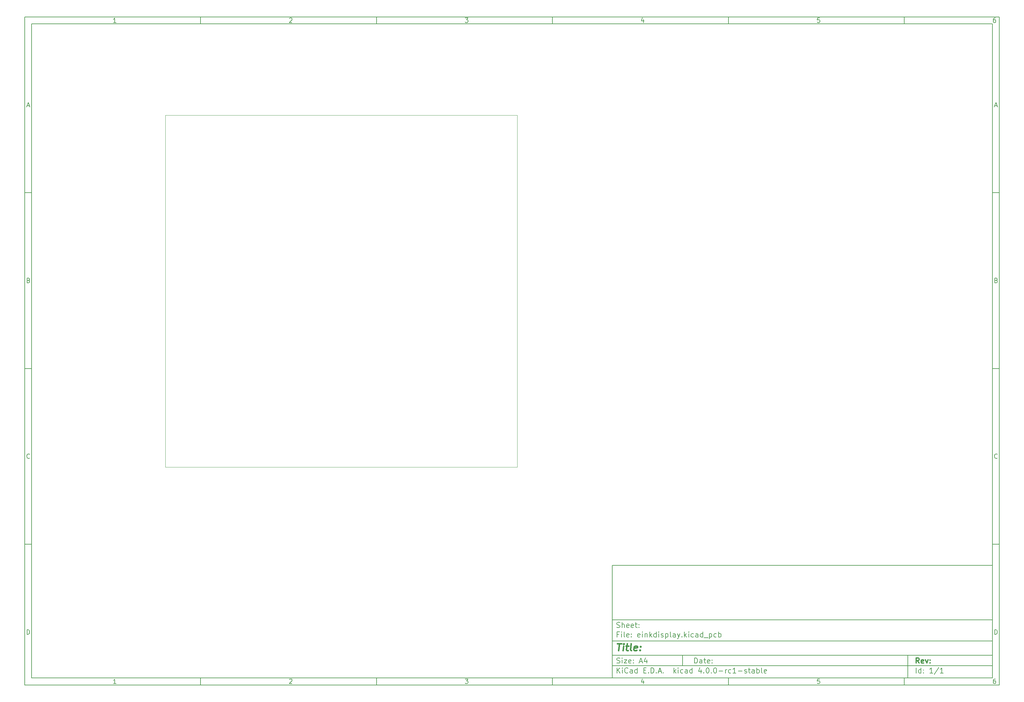
<source format=gko>
G04 #@! TF.FileFunction,Profile,NP*
%FSLAX46Y46*%
G04 Gerber Fmt 4.6, Leading zero omitted, Abs format (unit mm)*
G04 Created by KiCad (PCBNEW 4.0.0-rc1-stable) date Tue 08 Dec 2015 07:53:02 AM PST*
%MOMM*%
G01*
G04 APERTURE LIST*
%ADD10C,0.100000*%
%ADD11C,0.150000*%
%ADD12C,0.300000*%
%ADD13C,0.400000*%
G04 APERTURE END LIST*
D10*
D11*
X177002200Y-166007200D02*
X177002200Y-198007200D01*
X285002200Y-198007200D01*
X285002200Y-166007200D01*
X177002200Y-166007200D01*
D10*
D11*
X10000000Y-10000000D02*
X10000000Y-200007200D01*
X287002200Y-200007200D01*
X287002200Y-10000000D01*
X10000000Y-10000000D01*
D10*
D11*
X12000000Y-12000000D02*
X12000000Y-198007200D01*
X285002200Y-198007200D01*
X285002200Y-12000000D01*
X12000000Y-12000000D01*
D10*
D11*
X60000000Y-12000000D02*
X60000000Y-10000000D01*
D10*
D11*
X110000000Y-12000000D02*
X110000000Y-10000000D01*
D10*
D11*
X160000000Y-12000000D02*
X160000000Y-10000000D01*
D10*
D11*
X210000000Y-12000000D02*
X210000000Y-10000000D01*
D10*
D11*
X260000000Y-12000000D02*
X260000000Y-10000000D01*
D10*
D11*
X35990476Y-11588095D02*
X35247619Y-11588095D01*
X35619048Y-11588095D02*
X35619048Y-10288095D01*
X35495238Y-10473810D01*
X35371429Y-10597619D01*
X35247619Y-10659524D01*
D10*
D11*
X85247619Y-10411905D02*
X85309524Y-10350000D01*
X85433333Y-10288095D01*
X85742857Y-10288095D01*
X85866667Y-10350000D01*
X85928571Y-10411905D01*
X85990476Y-10535714D01*
X85990476Y-10659524D01*
X85928571Y-10845238D01*
X85185714Y-11588095D01*
X85990476Y-11588095D01*
D10*
D11*
X135185714Y-10288095D02*
X135990476Y-10288095D01*
X135557143Y-10783333D01*
X135742857Y-10783333D01*
X135866667Y-10845238D01*
X135928571Y-10907143D01*
X135990476Y-11030952D01*
X135990476Y-11340476D01*
X135928571Y-11464286D01*
X135866667Y-11526190D01*
X135742857Y-11588095D01*
X135371429Y-11588095D01*
X135247619Y-11526190D01*
X135185714Y-11464286D01*
D10*
D11*
X185866667Y-10721429D02*
X185866667Y-11588095D01*
X185557143Y-10226190D02*
X185247619Y-11154762D01*
X186052381Y-11154762D01*
D10*
D11*
X235928571Y-10288095D02*
X235309524Y-10288095D01*
X235247619Y-10907143D01*
X235309524Y-10845238D01*
X235433333Y-10783333D01*
X235742857Y-10783333D01*
X235866667Y-10845238D01*
X235928571Y-10907143D01*
X235990476Y-11030952D01*
X235990476Y-11340476D01*
X235928571Y-11464286D01*
X235866667Y-11526190D01*
X235742857Y-11588095D01*
X235433333Y-11588095D01*
X235309524Y-11526190D01*
X235247619Y-11464286D01*
D10*
D11*
X285866667Y-10288095D02*
X285619048Y-10288095D01*
X285495238Y-10350000D01*
X285433333Y-10411905D01*
X285309524Y-10597619D01*
X285247619Y-10845238D01*
X285247619Y-11340476D01*
X285309524Y-11464286D01*
X285371429Y-11526190D01*
X285495238Y-11588095D01*
X285742857Y-11588095D01*
X285866667Y-11526190D01*
X285928571Y-11464286D01*
X285990476Y-11340476D01*
X285990476Y-11030952D01*
X285928571Y-10907143D01*
X285866667Y-10845238D01*
X285742857Y-10783333D01*
X285495238Y-10783333D01*
X285371429Y-10845238D01*
X285309524Y-10907143D01*
X285247619Y-11030952D01*
D10*
D11*
X60000000Y-198007200D02*
X60000000Y-200007200D01*
D10*
D11*
X110000000Y-198007200D02*
X110000000Y-200007200D01*
D10*
D11*
X160000000Y-198007200D02*
X160000000Y-200007200D01*
D10*
D11*
X210000000Y-198007200D02*
X210000000Y-200007200D01*
D10*
D11*
X260000000Y-198007200D02*
X260000000Y-200007200D01*
D10*
D11*
X35990476Y-199595295D02*
X35247619Y-199595295D01*
X35619048Y-199595295D02*
X35619048Y-198295295D01*
X35495238Y-198481010D01*
X35371429Y-198604819D01*
X35247619Y-198666724D01*
D10*
D11*
X85247619Y-198419105D02*
X85309524Y-198357200D01*
X85433333Y-198295295D01*
X85742857Y-198295295D01*
X85866667Y-198357200D01*
X85928571Y-198419105D01*
X85990476Y-198542914D01*
X85990476Y-198666724D01*
X85928571Y-198852438D01*
X85185714Y-199595295D01*
X85990476Y-199595295D01*
D10*
D11*
X135185714Y-198295295D02*
X135990476Y-198295295D01*
X135557143Y-198790533D01*
X135742857Y-198790533D01*
X135866667Y-198852438D01*
X135928571Y-198914343D01*
X135990476Y-199038152D01*
X135990476Y-199347676D01*
X135928571Y-199471486D01*
X135866667Y-199533390D01*
X135742857Y-199595295D01*
X135371429Y-199595295D01*
X135247619Y-199533390D01*
X135185714Y-199471486D01*
D10*
D11*
X185866667Y-198728629D02*
X185866667Y-199595295D01*
X185557143Y-198233390D02*
X185247619Y-199161962D01*
X186052381Y-199161962D01*
D10*
D11*
X235928571Y-198295295D02*
X235309524Y-198295295D01*
X235247619Y-198914343D01*
X235309524Y-198852438D01*
X235433333Y-198790533D01*
X235742857Y-198790533D01*
X235866667Y-198852438D01*
X235928571Y-198914343D01*
X235990476Y-199038152D01*
X235990476Y-199347676D01*
X235928571Y-199471486D01*
X235866667Y-199533390D01*
X235742857Y-199595295D01*
X235433333Y-199595295D01*
X235309524Y-199533390D01*
X235247619Y-199471486D01*
D10*
D11*
X285866667Y-198295295D02*
X285619048Y-198295295D01*
X285495238Y-198357200D01*
X285433333Y-198419105D01*
X285309524Y-198604819D01*
X285247619Y-198852438D01*
X285247619Y-199347676D01*
X285309524Y-199471486D01*
X285371429Y-199533390D01*
X285495238Y-199595295D01*
X285742857Y-199595295D01*
X285866667Y-199533390D01*
X285928571Y-199471486D01*
X285990476Y-199347676D01*
X285990476Y-199038152D01*
X285928571Y-198914343D01*
X285866667Y-198852438D01*
X285742857Y-198790533D01*
X285495238Y-198790533D01*
X285371429Y-198852438D01*
X285309524Y-198914343D01*
X285247619Y-199038152D01*
D10*
D11*
X10000000Y-60000000D02*
X12000000Y-60000000D01*
D10*
D11*
X10000000Y-110000000D02*
X12000000Y-110000000D01*
D10*
D11*
X10000000Y-160000000D02*
X12000000Y-160000000D01*
D10*
D11*
X10690476Y-35216667D02*
X11309524Y-35216667D01*
X10566667Y-35588095D02*
X11000000Y-34288095D01*
X11433333Y-35588095D01*
D10*
D11*
X11092857Y-84907143D02*
X11278571Y-84969048D01*
X11340476Y-85030952D01*
X11402381Y-85154762D01*
X11402381Y-85340476D01*
X11340476Y-85464286D01*
X11278571Y-85526190D01*
X11154762Y-85588095D01*
X10659524Y-85588095D01*
X10659524Y-84288095D01*
X11092857Y-84288095D01*
X11216667Y-84350000D01*
X11278571Y-84411905D01*
X11340476Y-84535714D01*
X11340476Y-84659524D01*
X11278571Y-84783333D01*
X11216667Y-84845238D01*
X11092857Y-84907143D01*
X10659524Y-84907143D01*
D10*
D11*
X11402381Y-135464286D02*
X11340476Y-135526190D01*
X11154762Y-135588095D01*
X11030952Y-135588095D01*
X10845238Y-135526190D01*
X10721429Y-135402381D01*
X10659524Y-135278571D01*
X10597619Y-135030952D01*
X10597619Y-134845238D01*
X10659524Y-134597619D01*
X10721429Y-134473810D01*
X10845238Y-134350000D01*
X11030952Y-134288095D01*
X11154762Y-134288095D01*
X11340476Y-134350000D01*
X11402381Y-134411905D01*
D10*
D11*
X10659524Y-185588095D02*
X10659524Y-184288095D01*
X10969048Y-184288095D01*
X11154762Y-184350000D01*
X11278571Y-184473810D01*
X11340476Y-184597619D01*
X11402381Y-184845238D01*
X11402381Y-185030952D01*
X11340476Y-185278571D01*
X11278571Y-185402381D01*
X11154762Y-185526190D01*
X10969048Y-185588095D01*
X10659524Y-185588095D01*
D10*
D11*
X287002200Y-60000000D02*
X285002200Y-60000000D01*
D10*
D11*
X287002200Y-110000000D02*
X285002200Y-110000000D01*
D10*
D11*
X287002200Y-160000000D02*
X285002200Y-160000000D01*
D10*
D11*
X285692676Y-35216667D02*
X286311724Y-35216667D01*
X285568867Y-35588095D02*
X286002200Y-34288095D01*
X286435533Y-35588095D01*
D10*
D11*
X286095057Y-84907143D02*
X286280771Y-84969048D01*
X286342676Y-85030952D01*
X286404581Y-85154762D01*
X286404581Y-85340476D01*
X286342676Y-85464286D01*
X286280771Y-85526190D01*
X286156962Y-85588095D01*
X285661724Y-85588095D01*
X285661724Y-84288095D01*
X286095057Y-84288095D01*
X286218867Y-84350000D01*
X286280771Y-84411905D01*
X286342676Y-84535714D01*
X286342676Y-84659524D01*
X286280771Y-84783333D01*
X286218867Y-84845238D01*
X286095057Y-84907143D01*
X285661724Y-84907143D01*
D10*
D11*
X286404581Y-135464286D02*
X286342676Y-135526190D01*
X286156962Y-135588095D01*
X286033152Y-135588095D01*
X285847438Y-135526190D01*
X285723629Y-135402381D01*
X285661724Y-135278571D01*
X285599819Y-135030952D01*
X285599819Y-134845238D01*
X285661724Y-134597619D01*
X285723629Y-134473810D01*
X285847438Y-134350000D01*
X286033152Y-134288095D01*
X286156962Y-134288095D01*
X286342676Y-134350000D01*
X286404581Y-134411905D01*
D10*
D11*
X285661724Y-185588095D02*
X285661724Y-184288095D01*
X285971248Y-184288095D01*
X286156962Y-184350000D01*
X286280771Y-184473810D01*
X286342676Y-184597619D01*
X286404581Y-184845238D01*
X286404581Y-185030952D01*
X286342676Y-185278571D01*
X286280771Y-185402381D01*
X286156962Y-185526190D01*
X285971248Y-185588095D01*
X285661724Y-185588095D01*
D10*
D11*
X200359343Y-193785771D02*
X200359343Y-192285771D01*
X200716486Y-192285771D01*
X200930771Y-192357200D01*
X201073629Y-192500057D01*
X201145057Y-192642914D01*
X201216486Y-192928629D01*
X201216486Y-193142914D01*
X201145057Y-193428629D01*
X201073629Y-193571486D01*
X200930771Y-193714343D01*
X200716486Y-193785771D01*
X200359343Y-193785771D01*
X202502200Y-193785771D02*
X202502200Y-193000057D01*
X202430771Y-192857200D01*
X202287914Y-192785771D01*
X202002200Y-192785771D01*
X201859343Y-192857200D01*
X202502200Y-193714343D02*
X202359343Y-193785771D01*
X202002200Y-193785771D01*
X201859343Y-193714343D01*
X201787914Y-193571486D01*
X201787914Y-193428629D01*
X201859343Y-193285771D01*
X202002200Y-193214343D01*
X202359343Y-193214343D01*
X202502200Y-193142914D01*
X203002200Y-192785771D02*
X203573629Y-192785771D01*
X203216486Y-192285771D02*
X203216486Y-193571486D01*
X203287914Y-193714343D01*
X203430772Y-193785771D01*
X203573629Y-193785771D01*
X204645057Y-193714343D02*
X204502200Y-193785771D01*
X204216486Y-193785771D01*
X204073629Y-193714343D01*
X204002200Y-193571486D01*
X204002200Y-193000057D01*
X204073629Y-192857200D01*
X204216486Y-192785771D01*
X204502200Y-192785771D01*
X204645057Y-192857200D01*
X204716486Y-193000057D01*
X204716486Y-193142914D01*
X204002200Y-193285771D01*
X205359343Y-193642914D02*
X205430771Y-193714343D01*
X205359343Y-193785771D01*
X205287914Y-193714343D01*
X205359343Y-193642914D01*
X205359343Y-193785771D01*
X205359343Y-192857200D02*
X205430771Y-192928629D01*
X205359343Y-193000057D01*
X205287914Y-192928629D01*
X205359343Y-192857200D01*
X205359343Y-193000057D01*
D10*
D11*
X177002200Y-194507200D02*
X285002200Y-194507200D01*
D10*
D11*
X178359343Y-196585771D02*
X178359343Y-195085771D01*
X179216486Y-196585771D02*
X178573629Y-195728629D01*
X179216486Y-195085771D02*
X178359343Y-195942914D01*
X179859343Y-196585771D02*
X179859343Y-195585771D01*
X179859343Y-195085771D02*
X179787914Y-195157200D01*
X179859343Y-195228629D01*
X179930771Y-195157200D01*
X179859343Y-195085771D01*
X179859343Y-195228629D01*
X181430772Y-196442914D02*
X181359343Y-196514343D01*
X181145057Y-196585771D01*
X181002200Y-196585771D01*
X180787915Y-196514343D01*
X180645057Y-196371486D01*
X180573629Y-196228629D01*
X180502200Y-195942914D01*
X180502200Y-195728629D01*
X180573629Y-195442914D01*
X180645057Y-195300057D01*
X180787915Y-195157200D01*
X181002200Y-195085771D01*
X181145057Y-195085771D01*
X181359343Y-195157200D01*
X181430772Y-195228629D01*
X182716486Y-196585771D02*
X182716486Y-195800057D01*
X182645057Y-195657200D01*
X182502200Y-195585771D01*
X182216486Y-195585771D01*
X182073629Y-195657200D01*
X182716486Y-196514343D02*
X182573629Y-196585771D01*
X182216486Y-196585771D01*
X182073629Y-196514343D01*
X182002200Y-196371486D01*
X182002200Y-196228629D01*
X182073629Y-196085771D01*
X182216486Y-196014343D01*
X182573629Y-196014343D01*
X182716486Y-195942914D01*
X184073629Y-196585771D02*
X184073629Y-195085771D01*
X184073629Y-196514343D02*
X183930772Y-196585771D01*
X183645058Y-196585771D01*
X183502200Y-196514343D01*
X183430772Y-196442914D01*
X183359343Y-196300057D01*
X183359343Y-195871486D01*
X183430772Y-195728629D01*
X183502200Y-195657200D01*
X183645058Y-195585771D01*
X183930772Y-195585771D01*
X184073629Y-195657200D01*
X185930772Y-195800057D02*
X186430772Y-195800057D01*
X186645058Y-196585771D02*
X185930772Y-196585771D01*
X185930772Y-195085771D01*
X186645058Y-195085771D01*
X187287915Y-196442914D02*
X187359343Y-196514343D01*
X187287915Y-196585771D01*
X187216486Y-196514343D01*
X187287915Y-196442914D01*
X187287915Y-196585771D01*
X188002201Y-196585771D02*
X188002201Y-195085771D01*
X188359344Y-195085771D01*
X188573629Y-195157200D01*
X188716487Y-195300057D01*
X188787915Y-195442914D01*
X188859344Y-195728629D01*
X188859344Y-195942914D01*
X188787915Y-196228629D01*
X188716487Y-196371486D01*
X188573629Y-196514343D01*
X188359344Y-196585771D01*
X188002201Y-196585771D01*
X189502201Y-196442914D02*
X189573629Y-196514343D01*
X189502201Y-196585771D01*
X189430772Y-196514343D01*
X189502201Y-196442914D01*
X189502201Y-196585771D01*
X190145058Y-196157200D02*
X190859344Y-196157200D01*
X190002201Y-196585771D02*
X190502201Y-195085771D01*
X191002201Y-196585771D01*
X191502201Y-196442914D02*
X191573629Y-196514343D01*
X191502201Y-196585771D01*
X191430772Y-196514343D01*
X191502201Y-196442914D01*
X191502201Y-196585771D01*
X194502201Y-196585771D02*
X194502201Y-195085771D01*
X194645058Y-196014343D02*
X195073629Y-196585771D01*
X195073629Y-195585771D02*
X194502201Y-196157200D01*
X195716487Y-196585771D02*
X195716487Y-195585771D01*
X195716487Y-195085771D02*
X195645058Y-195157200D01*
X195716487Y-195228629D01*
X195787915Y-195157200D01*
X195716487Y-195085771D01*
X195716487Y-195228629D01*
X197073630Y-196514343D02*
X196930773Y-196585771D01*
X196645059Y-196585771D01*
X196502201Y-196514343D01*
X196430773Y-196442914D01*
X196359344Y-196300057D01*
X196359344Y-195871486D01*
X196430773Y-195728629D01*
X196502201Y-195657200D01*
X196645059Y-195585771D01*
X196930773Y-195585771D01*
X197073630Y-195657200D01*
X198359344Y-196585771D02*
X198359344Y-195800057D01*
X198287915Y-195657200D01*
X198145058Y-195585771D01*
X197859344Y-195585771D01*
X197716487Y-195657200D01*
X198359344Y-196514343D02*
X198216487Y-196585771D01*
X197859344Y-196585771D01*
X197716487Y-196514343D01*
X197645058Y-196371486D01*
X197645058Y-196228629D01*
X197716487Y-196085771D01*
X197859344Y-196014343D01*
X198216487Y-196014343D01*
X198359344Y-195942914D01*
X199716487Y-196585771D02*
X199716487Y-195085771D01*
X199716487Y-196514343D02*
X199573630Y-196585771D01*
X199287916Y-196585771D01*
X199145058Y-196514343D01*
X199073630Y-196442914D01*
X199002201Y-196300057D01*
X199002201Y-195871486D01*
X199073630Y-195728629D01*
X199145058Y-195657200D01*
X199287916Y-195585771D01*
X199573630Y-195585771D01*
X199716487Y-195657200D01*
X202216487Y-195585771D02*
X202216487Y-196585771D01*
X201859344Y-195014343D02*
X201502201Y-196085771D01*
X202430773Y-196085771D01*
X203002201Y-196442914D02*
X203073629Y-196514343D01*
X203002201Y-196585771D01*
X202930772Y-196514343D01*
X203002201Y-196442914D01*
X203002201Y-196585771D01*
X204002201Y-195085771D02*
X204145058Y-195085771D01*
X204287915Y-195157200D01*
X204359344Y-195228629D01*
X204430773Y-195371486D01*
X204502201Y-195657200D01*
X204502201Y-196014343D01*
X204430773Y-196300057D01*
X204359344Y-196442914D01*
X204287915Y-196514343D01*
X204145058Y-196585771D01*
X204002201Y-196585771D01*
X203859344Y-196514343D01*
X203787915Y-196442914D01*
X203716487Y-196300057D01*
X203645058Y-196014343D01*
X203645058Y-195657200D01*
X203716487Y-195371486D01*
X203787915Y-195228629D01*
X203859344Y-195157200D01*
X204002201Y-195085771D01*
X205145058Y-196442914D02*
X205216486Y-196514343D01*
X205145058Y-196585771D01*
X205073629Y-196514343D01*
X205145058Y-196442914D01*
X205145058Y-196585771D01*
X206145058Y-195085771D02*
X206287915Y-195085771D01*
X206430772Y-195157200D01*
X206502201Y-195228629D01*
X206573630Y-195371486D01*
X206645058Y-195657200D01*
X206645058Y-196014343D01*
X206573630Y-196300057D01*
X206502201Y-196442914D01*
X206430772Y-196514343D01*
X206287915Y-196585771D01*
X206145058Y-196585771D01*
X206002201Y-196514343D01*
X205930772Y-196442914D01*
X205859344Y-196300057D01*
X205787915Y-196014343D01*
X205787915Y-195657200D01*
X205859344Y-195371486D01*
X205930772Y-195228629D01*
X206002201Y-195157200D01*
X206145058Y-195085771D01*
X207287915Y-196014343D02*
X208430772Y-196014343D01*
X209145058Y-196585771D02*
X209145058Y-195585771D01*
X209145058Y-195871486D02*
X209216486Y-195728629D01*
X209287915Y-195657200D01*
X209430772Y-195585771D01*
X209573629Y-195585771D01*
X210716486Y-196514343D02*
X210573629Y-196585771D01*
X210287915Y-196585771D01*
X210145057Y-196514343D01*
X210073629Y-196442914D01*
X210002200Y-196300057D01*
X210002200Y-195871486D01*
X210073629Y-195728629D01*
X210145057Y-195657200D01*
X210287915Y-195585771D01*
X210573629Y-195585771D01*
X210716486Y-195657200D01*
X212145057Y-196585771D02*
X211287914Y-196585771D01*
X211716486Y-196585771D02*
X211716486Y-195085771D01*
X211573629Y-195300057D01*
X211430771Y-195442914D01*
X211287914Y-195514343D01*
X212787914Y-196014343D02*
X213930771Y-196014343D01*
X214573628Y-196514343D02*
X214716485Y-196585771D01*
X215002200Y-196585771D01*
X215145057Y-196514343D01*
X215216485Y-196371486D01*
X215216485Y-196300057D01*
X215145057Y-196157200D01*
X215002200Y-196085771D01*
X214787914Y-196085771D01*
X214645057Y-196014343D01*
X214573628Y-195871486D01*
X214573628Y-195800057D01*
X214645057Y-195657200D01*
X214787914Y-195585771D01*
X215002200Y-195585771D01*
X215145057Y-195657200D01*
X215645057Y-195585771D02*
X216216486Y-195585771D01*
X215859343Y-195085771D02*
X215859343Y-196371486D01*
X215930771Y-196514343D01*
X216073629Y-196585771D01*
X216216486Y-196585771D01*
X217359343Y-196585771D02*
X217359343Y-195800057D01*
X217287914Y-195657200D01*
X217145057Y-195585771D01*
X216859343Y-195585771D01*
X216716486Y-195657200D01*
X217359343Y-196514343D02*
X217216486Y-196585771D01*
X216859343Y-196585771D01*
X216716486Y-196514343D01*
X216645057Y-196371486D01*
X216645057Y-196228629D01*
X216716486Y-196085771D01*
X216859343Y-196014343D01*
X217216486Y-196014343D01*
X217359343Y-195942914D01*
X218073629Y-196585771D02*
X218073629Y-195085771D01*
X218073629Y-195657200D02*
X218216486Y-195585771D01*
X218502200Y-195585771D01*
X218645057Y-195657200D01*
X218716486Y-195728629D01*
X218787915Y-195871486D01*
X218787915Y-196300057D01*
X218716486Y-196442914D01*
X218645057Y-196514343D01*
X218502200Y-196585771D01*
X218216486Y-196585771D01*
X218073629Y-196514343D01*
X219645058Y-196585771D02*
X219502200Y-196514343D01*
X219430772Y-196371486D01*
X219430772Y-195085771D01*
X220787914Y-196514343D02*
X220645057Y-196585771D01*
X220359343Y-196585771D01*
X220216486Y-196514343D01*
X220145057Y-196371486D01*
X220145057Y-195800057D01*
X220216486Y-195657200D01*
X220359343Y-195585771D01*
X220645057Y-195585771D01*
X220787914Y-195657200D01*
X220859343Y-195800057D01*
X220859343Y-195942914D01*
X220145057Y-196085771D01*
D10*
D11*
X177002200Y-191507200D02*
X285002200Y-191507200D01*
D10*
D12*
X264216486Y-193785771D02*
X263716486Y-193071486D01*
X263359343Y-193785771D02*
X263359343Y-192285771D01*
X263930771Y-192285771D01*
X264073629Y-192357200D01*
X264145057Y-192428629D01*
X264216486Y-192571486D01*
X264216486Y-192785771D01*
X264145057Y-192928629D01*
X264073629Y-193000057D01*
X263930771Y-193071486D01*
X263359343Y-193071486D01*
X265430771Y-193714343D02*
X265287914Y-193785771D01*
X265002200Y-193785771D01*
X264859343Y-193714343D01*
X264787914Y-193571486D01*
X264787914Y-193000057D01*
X264859343Y-192857200D01*
X265002200Y-192785771D01*
X265287914Y-192785771D01*
X265430771Y-192857200D01*
X265502200Y-193000057D01*
X265502200Y-193142914D01*
X264787914Y-193285771D01*
X266002200Y-192785771D02*
X266359343Y-193785771D01*
X266716485Y-192785771D01*
X267287914Y-193642914D02*
X267359342Y-193714343D01*
X267287914Y-193785771D01*
X267216485Y-193714343D01*
X267287914Y-193642914D01*
X267287914Y-193785771D01*
X267287914Y-192857200D02*
X267359342Y-192928629D01*
X267287914Y-193000057D01*
X267216485Y-192928629D01*
X267287914Y-192857200D01*
X267287914Y-193000057D01*
D10*
D11*
X178287914Y-193714343D02*
X178502200Y-193785771D01*
X178859343Y-193785771D01*
X179002200Y-193714343D01*
X179073629Y-193642914D01*
X179145057Y-193500057D01*
X179145057Y-193357200D01*
X179073629Y-193214343D01*
X179002200Y-193142914D01*
X178859343Y-193071486D01*
X178573629Y-193000057D01*
X178430771Y-192928629D01*
X178359343Y-192857200D01*
X178287914Y-192714343D01*
X178287914Y-192571486D01*
X178359343Y-192428629D01*
X178430771Y-192357200D01*
X178573629Y-192285771D01*
X178930771Y-192285771D01*
X179145057Y-192357200D01*
X179787914Y-193785771D02*
X179787914Y-192785771D01*
X179787914Y-192285771D02*
X179716485Y-192357200D01*
X179787914Y-192428629D01*
X179859342Y-192357200D01*
X179787914Y-192285771D01*
X179787914Y-192428629D01*
X180359343Y-192785771D02*
X181145057Y-192785771D01*
X180359343Y-193785771D01*
X181145057Y-193785771D01*
X182287914Y-193714343D02*
X182145057Y-193785771D01*
X181859343Y-193785771D01*
X181716486Y-193714343D01*
X181645057Y-193571486D01*
X181645057Y-193000057D01*
X181716486Y-192857200D01*
X181859343Y-192785771D01*
X182145057Y-192785771D01*
X182287914Y-192857200D01*
X182359343Y-193000057D01*
X182359343Y-193142914D01*
X181645057Y-193285771D01*
X183002200Y-193642914D02*
X183073628Y-193714343D01*
X183002200Y-193785771D01*
X182930771Y-193714343D01*
X183002200Y-193642914D01*
X183002200Y-193785771D01*
X183002200Y-192857200D02*
X183073628Y-192928629D01*
X183002200Y-193000057D01*
X182930771Y-192928629D01*
X183002200Y-192857200D01*
X183002200Y-193000057D01*
X184787914Y-193357200D02*
X185502200Y-193357200D01*
X184645057Y-193785771D02*
X185145057Y-192285771D01*
X185645057Y-193785771D01*
X186787914Y-192785771D02*
X186787914Y-193785771D01*
X186430771Y-192214343D02*
X186073628Y-193285771D01*
X187002200Y-193285771D01*
D10*
D11*
X263359343Y-196585771D02*
X263359343Y-195085771D01*
X264716486Y-196585771D02*
X264716486Y-195085771D01*
X264716486Y-196514343D02*
X264573629Y-196585771D01*
X264287915Y-196585771D01*
X264145057Y-196514343D01*
X264073629Y-196442914D01*
X264002200Y-196300057D01*
X264002200Y-195871486D01*
X264073629Y-195728629D01*
X264145057Y-195657200D01*
X264287915Y-195585771D01*
X264573629Y-195585771D01*
X264716486Y-195657200D01*
X265430772Y-196442914D02*
X265502200Y-196514343D01*
X265430772Y-196585771D01*
X265359343Y-196514343D01*
X265430772Y-196442914D01*
X265430772Y-196585771D01*
X265430772Y-195657200D02*
X265502200Y-195728629D01*
X265430772Y-195800057D01*
X265359343Y-195728629D01*
X265430772Y-195657200D01*
X265430772Y-195800057D01*
X268073629Y-196585771D02*
X267216486Y-196585771D01*
X267645058Y-196585771D02*
X267645058Y-195085771D01*
X267502201Y-195300057D01*
X267359343Y-195442914D01*
X267216486Y-195514343D01*
X269787914Y-195014343D02*
X268502200Y-196942914D01*
X271073629Y-196585771D02*
X270216486Y-196585771D01*
X270645058Y-196585771D02*
X270645058Y-195085771D01*
X270502201Y-195300057D01*
X270359343Y-195442914D01*
X270216486Y-195514343D01*
D10*
D11*
X177002200Y-187507200D02*
X285002200Y-187507200D01*
D10*
D13*
X178454581Y-188211962D02*
X179597438Y-188211962D01*
X178776010Y-190211962D02*
X179026010Y-188211962D01*
X180014105Y-190211962D02*
X180180771Y-188878629D01*
X180264105Y-188211962D02*
X180156962Y-188307200D01*
X180240295Y-188402438D01*
X180347439Y-188307200D01*
X180264105Y-188211962D01*
X180240295Y-188402438D01*
X180847438Y-188878629D02*
X181609343Y-188878629D01*
X181216486Y-188211962D02*
X181002200Y-189926248D01*
X181073630Y-190116724D01*
X181252201Y-190211962D01*
X181442677Y-190211962D01*
X182395058Y-190211962D02*
X182216487Y-190116724D01*
X182145057Y-189926248D01*
X182359343Y-188211962D01*
X183930772Y-190116724D02*
X183728391Y-190211962D01*
X183347439Y-190211962D01*
X183168867Y-190116724D01*
X183097438Y-189926248D01*
X183192676Y-189164343D01*
X183311724Y-188973867D01*
X183514105Y-188878629D01*
X183895057Y-188878629D01*
X184073629Y-188973867D01*
X184145057Y-189164343D01*
X184121248Y-189354819D01*
X183145057Y-189545295D01*
X184895057Y-190021486D02*
X184978392Y-190116724D01*
X184871248Y-190211962D01*
X184787915Y-190116724D01*
X184895057Y-190021486D01*
X184871248Y-190211962D01*
X185026010Y-188973867D02*
X185109344Y-189069105D01*
X185002200Y-189164343D01*
X184918867Y-189069105D01*
X185026010Y-188973867D01*
X185002200Y-189164343D01*
D10*
D11*
X178859343Y-185600057D02*
X178359343Y-185600057D01*
X178359343Y-186385771D02*
X178359343Y-184885771D01*
X179073629Y-184885771D01*
X179645057Y-186385771D02*
X179645057Y-185385771D01*
X179645057Y-184885771D02*
X179573628Y-184957200D01*
X179645057Y-185028629D01*
X179716485Y-184957200D01*
X179645057Y-184885771D01*
X179645057Y-185028629D01*
X180573629Y-186385771D02*
X180430771Y-186314343D01*
X180359343Y-186171486D01*
X180359343Y-184885771D01*
X181716485Y-186314343D02*
X181573628Y-186385771D01*
X181287914Y-186385771D01*
X181145057Y-186314343D01*
X181073628Y-186171486D01*
X181073628Y-185600057D01*
X181145057Y-185457200D01*
X181287914Y-185385771D01*
X181573628Y-185385771D01*
X181716485Y-185457200D01*
X181787914Y-185600057D01*
X181787914Y-185742914D01*
X181073628Y-185885771D01*
X182430771Y-186242914D02*
X182502199Y-186314343D01*
X182430771Y-186385771D01*
X182359342Y-186314343D01*
X182430771Y-186242914D01*
X182430771Y-186385771D01*
X182430771Y-185457200D02*
X182502199Y-185528629D01*
X182430771Y-185600057D01*
X182359342Y-185528629D01*
X182430771Y-185457200D01*
X182430771Y-185600057D01*
X184859342Y-186314343D02*
X184716485Y-186385771D01*
X184430771Y-186385771D01*
X184287914Y-186314343D01*
X184216485Y-186171486D01*
X184216485Y-185600057D01*
X184287914Y-185457200D01*
X184430771Y-185385771D01*
X184716485Y-185385771D01*
X184859342Y-185457200D01*
X184930771Y-185600057D01*
X184930771Y-185742914D01*
X184216485Y-185885771D01*
X185573628Y-186385771D02*
X185573628Y-185385771D01*
X185573628Y-184885771D02*
X185502199Y-184957200D01*
X185573628Y-185028629D01*
X185645056Y-184957200D01*
X185573628Y-184885771D01*
X185573628Y-185028629D01*
X186287914Y-185385771D02*
X186287914Y-186385771D01*
X186287914Y-185528629D02*
X186359342Y-185457200D01*
X186502200Y-185385771D01*
X186716485Y-185385771D01*
X186859342Y-185457200D01*
X186930771Y-185600057D01*
X186930771Y-186385771D01*
X187645057Y-186385771D02*
X187645057Y-184885771D01*
X187787914Y-185814343D02*
X188216485Y-186385771D01*
X188216485Y-185385771D02*
X187645057Y-185957200D01*
X189502200Y-186385771D02*
X189502200Y-184885771D01*
X189502200Y-186314343D02*
X189359343Y-186385771D01*
X189073629Y-186385771D01*
X188930771Y-186314343D01*
X188859343Y-186242914D01*
X188787914Y-186100057D01*
X188787914Y-185671486D01*
X188859343Y-185528629D01*
X188930771Y-185457200D01*
X189073629Y-185385771D01*
X189359343Y-185385771D01*
X189502200Y-185457200D01*
X190216486Y-186385771D02*
X190216486Y-185385771D01*
X190216486Y-184885771D02*
X190145057Y-184957200D01*
X190216486Y-185028629D01*
X190287914Y-184957200D01*
X190216486Y-184885771D01*
X190216486Y-185028629D01*
X190859343Y-186314343D02*
X191002200Y-186385771D01*
X191287915Y-186385771D01*
X191430772Y-186314343D01*
X191502200Y-186171486D01*
X191502200Y-186100057D01*
X191430772Y-185957200D01*
X191287915Y-185885771D01*
X191073629Y-185885771D01*
X190930772Y-185814343D01*
X190859343Y-185671486D01*
X190859343Y-185600057D01*
X190930772Y-185457200D01*
X191073629Y-185385771D01*
X191287915Y-185385771D01*
X191430772Y-185457200D01*
X192145058Y-185385771D02*
X192145058Y-186885771D01*
X192145058Y-185457200D02*
X192287915Y-185385771D01*
X192573629Y-185385771D01*
X192716486Y-185457200D01*
X192787915Y-185528629D01*
X192859344Y-185671486D01*
X192859344Y-186100057D01*
X192787915Y-186242914D01*
X192716486Y-186314343D01*
X192573629Y-186385771D01*
X192287915Y-186385771D01*
X192145058Y-186314343D01*
X193716487Y-186385771D02*
X193573629Y-186314343D01*
X193502201Y-186171486D01*
X193502201Y-184885771D01*
X194930772Y-186385771D02*
X194930772Y-185600057D01*
X194859343Y-185457200D01*
X194716486Y-185385771D01*
X194430772Y-185385771D01*
X194287915Y-185457200D01*
X194930772Y-186314343D02*
X194787915Y-186385771D01*
X194430772Y-186385771D01*
X194287915Y-186314343D01*
X194216486Y-186171486D01*
X194216486Y-186028629D01*
X194287915Y-185885771D01*
X194430772Y-185814343D01*
X194787915Y-185814343D01*
X194930772Y-185742914D01*
X195502201Y-185385771D02*
X195859344Y-186385771D01*
X196216486Y-185385771D02*
X195859344Y-186385771D01*
X195716486Y-186742914D01*
X195645058Y-186814343D01*
X195502201Y-186885771D01*
X196787915Y-186242914D02*
X196859343Y-186314343D01*
X196787915Y-186385771D01*
X196716486Y-186314343D01*
X196787915Y-186242914D01*
X196787915Y-186385771D01*
X197502201Y-186385771D02*
X197502201Y-184885771D01*
X197645058Y-185814343D02*
X198073629Y-186385771D01*
X198073629Y-185385771D02*
X197502201Y-185957200D01*
X198716487Y-186385771D02*
X198716487Y-185385771D01*
X198716487Y-184885771D02*
X198645058Y-184957200D01*
X198716487Y-185028629D01*
X198787915Y-184957200D01*
X198716487Y-184885771D01*
X198716487Y-185028629D01*
X200073630Y-186314343D02*
X199930773Y-186385771D01*
X199645059Y-186385771D01*
X199502201Y-186314343D01*
X199430773Y-186242914D01*
X199359344Y-186100057D01*
X199359344Y-185671486D01*
X199430773Y-185528629D01*
X199502201Y-185457200D01*
X199645059Y-185385771D01*
X199930773Y-185385771D01*
X200073630Y-185457200D01*
X201359344Y-186385771D02*
X201359344Y-185600057D01*
X201287915Y-185457200D01*
X201145058Y-185385771D01*
X200859344Y-185385771D01*
X200716487Y-185457200D01*
X201359344Y-186314343D02*
X201216487Y-186385771D01*
X200859344Y-186385771D01*
X200716487Y-186314343D01*
X200645058Y-186171486D01*
X200645058Y-186028629D01*
X200716487Y-185885771D01*
X200859344Y-185814343D01*
X201216487Y-185814343D01*
X201359344Y-185742914D01*
X202716487Y-186385771D02*
X202716487Y-184885771D01*
X202716487Y-186314343D02*
X202573630Y-186385771D01*
X202287916Y-186385771D01*
X202145058Y-186314343D01*
X202073630Y-186242914D01*
X202002201Y-186100057D01*
X202002201Y-185671486D01*
X202073630Y-185528629D01*
X202145058Y-185457200D01*
X202287916Y-185385771D01*
X202573630Y-185385771D01*
X202716487Y-185457200D01*
X203073630Y-186528629D02*
X204216487Y-186528629D01*
X204573630Y-185385771D02*
X204573630Y-186885771D01*
X204573630Y-185457200D02*
X204716487Y-185385771D01*
X205002201Y-185385771D01*
X205145058Y-185457200D01*
X205216487Y-185528629D01*
X205287916Y-185671486D01*
X205287916Y-186100057D01*
X205216487Y-186242914D01*
X205145058Y-186314343D01*
X205002201Y-186385771D01*
X204716487Y-186385771D01*
X204573630Y-186314343D01*
X206573630Y-186314343D02*
X206430773Y-186385771D01*
X206145059Y-186385771D01*
X206002201Y-186314343D01*
X205930773Y-186242914D01*
X205859344Y-186100057D01*
X205859344Y-185671486D01*
X205930773Y-185528629D01*
X206002201Y-185457200D01*
X206145059Y-185385771D01*
X206430773Y-185385771D01*
X206573630Y-185457200D01*
X207216487Y-186385771D02*
X207216487Y-184885771D01*
X207216487Y-185457200D02*
X207359344Y-185385771D01*
X207645058Y-185385771D01*
X207787915Y-185457200D01*
X207859344Y-185528629D01*
X207930773Y-185671486D01*
X207930773Y-186100057D01*
X207859344Y-186242914D01*
X207787915Y-186314343D01*
X207645058Y-186385771D01*
X207359344Y-186385771D01*
X207216487Y-186314343D01*
D10*
D11*
X177002200Y-181507200D02*
X285002200Y-181507200D01*
D10*
D11*
X178287914Y-183614343D02*
X178502200Y-183685771D01*
X178859343Y-183685771D01*
X179002200Y-183614343D01*
X179073629Y-183542914D01*
X179145057Y-183400057D01*
X179145057Y-183257200D01*
X179073629Y-183114343D01*
X179002200Y-183042914D01*
X178859343Y-182971486D01*
X178573629Y-182900057D01*
X178430771Y-182828629D01*
X178359343Y-182757200D01*
X178287914Y-182614343D01*
X178287914Y-182471486D01*
X178359343Y-182328629D01*
X178430771Y-182257200D01*
X178573629Y-182185771D01*
X178930771Y-182185771D01*
X179145057Y-182257200D01*
X179787914Y-183685771D02*
X179787914Y-182185771D01*
X180430771Y-183685771D02*
X180430771Y-182900057D01*
X180359342Y-182757200D01*
X180216485Y-182685771D01*
X180002200Y-182685771D01*
X179859342Y-182757200D01*
X179787914Y-182828629D01*
X181716485Y-183614343D02*
X181573628Y-183685771D01*
X181287914Y-183685771D01*
X181145057Y-183614343D01*
X181073628Y-183471486D01*
X181073628Y-182900057D01*
X181145057Y-182757200D01*
X181287914Y-182685771D01*
X181573628Y-182685771D01*
X181716485Y-182757200D01*
X181787914Y-182900057D01*
X181787914Y-183042914D01*
X181073628Y-183185771D01*
X183002199Y-183614343D02*
X182859342Y-183685771D01*
X182573628Y-183685771D01*
X182430771Y-183614343D01*
X182359342Y-183471486D01*
X182359342Y-182900057D01*
X182430771Y-182757200D01*
X182573628Y-182685771D01*
X182859342Y-182685771D01*
X183002199Y-182757200D01*
X183073628Y-182900057D01*
X183073628Y-183042914D01*
X182359342Y-183185771D01*
X183502199Y-182685771D02*
X184073628Y-182685771D01*
X183716485Y-182185771D02*
X183716485Y-183471486D01*
X183787913Y-183614343D01*
X183930771Y-183685771D01*
X184073628Y-183685771D01*
X184573628Y-183542914D02*
X184645056Y-183614343D01*
X184573628Y-183685771D01*
X184502199Y-183614343D01*
X184573628Y-183542914D01*
X184573628Y-183685771D01*
X184573628Y-182757200D02*
X184645056Y-182828629D01*
X184573628Y-182900057D01*
X184502199Y-182828629D01*
X184573628Y-182757200D01*
X184573628Y-182900057D01*
D10*
D11*
X197002200Y-191507200D02*
X197002200Y-194507200D01*
D10*
D11*
X261002200Y-191507200D02*
X261002200Y-198007200D01*
D10*
X50000000Y-138000000D02*
X50000000Y-38000000D01*
X150000000Y-138000000D02*
X50000000Y-138000000D01*
X150000000Y-38000000D02*
X150000000Y-138000000D01*
X50000000Y-38000000D02*
X150000000Y-38000000D01*
M02*

</source>
